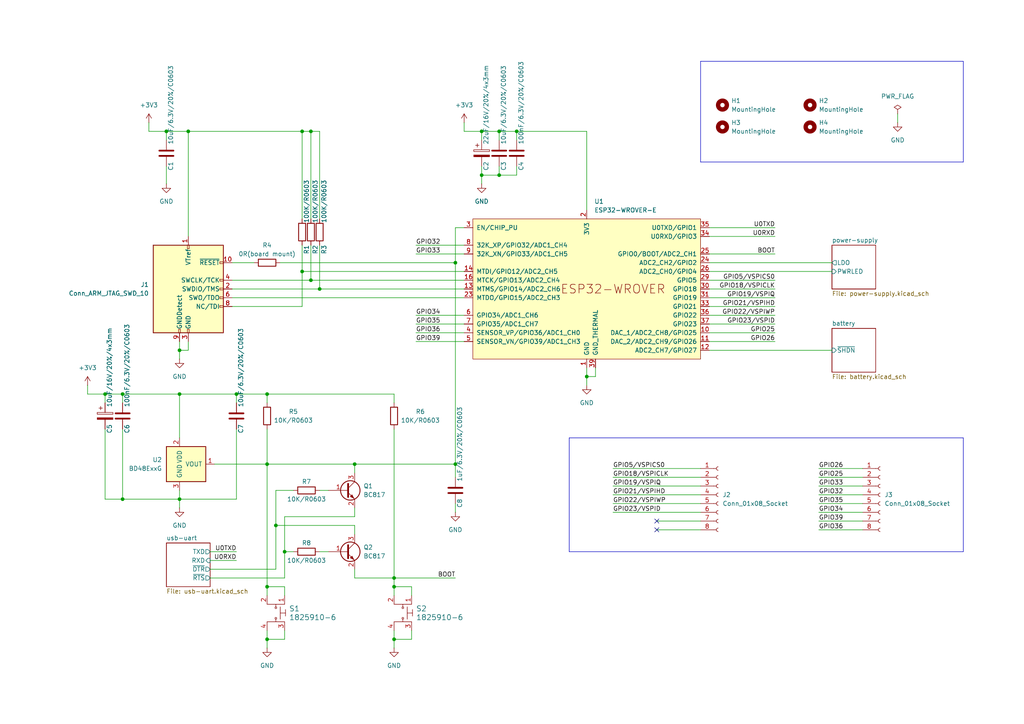
<source format=kicad_sch>
(kicad_sch (version 20231120) (generator "eeschema") (generator_version "8.0")
  (paper "A4")
  (title_block (title "ESP32 embedded application") (date "2024-10-04") (rev "A") (comment 1 "Author: Nicolae-Andrei Vasile") (comment 2 "ESP32 embedded hardware application."))
  (lib_symbols
    (symbol "Connector:Conn_01x08_Socket" (pin_names (offset 1.016) hide)
      (property "Reference" "J" (at 0 10.16 0))
      (property "Value" "Conn_01x08_Socket" (at 0 -12.7 0))
      (symbol "Conn_01x08_Socket_1_1"
        (arc (start 0 -9.652) (mid -0.5058 -10.16) (end 0 -10.668) (stroke (width 0.1524)))
        (arc (start 0 -7.112) (mid -0.5058 -7.62) (end 0 -8.128) (stroke (width 0.1524)))
        (arc (start 0 -4.572) (mid -0.5058 -5.08) (end 0 -5.588) (stroke (width 0.1524)))
        (arc (start 0 -2.032) (mid -0.5058 -2.54) (end 0 -3.048) (stroke (width 0.1524)))
        (polyline (pts (xy -1.27 -10.16) (xy -0.508 -10.16)) (stroke (width 0.1524)))
        (polyline (pts (xy -1.27 -7.62) (xy -0.508 -7.62)) (stroke (width 0.1524)))
        (polyline (pts (xy -1.27 -5.08) (xy -0.508 -5.08)) (stroke (width 0.1524)))
        (polyline (pts (xy -1.27 -2.54) (xy -0.508 -2.54)) (stroke (width 0.1524)))
        (polyline (pts (xy -1.27 0) (xy -0.508 0)) (stroke (width 0.1524)))
        (polyline (pts (xy -1.27 2.54) (xy -0.508 2.54)) (stroke (width 0.1524)))
        (polyline (pts (xy -1.27 5.08) (xy -0.508 5.08)) (stroke (width 0.1524)))
        (polyline (pts (xy -1.27 7.62) (xy -0.508 7.62)) (stroke (width 0.1524)))
        (arc (start 0 0.508) (mid -0.5058 0) (end 0 -0.508) (stroke (width 0.1524)))
        (arc (start 0 3.048) (mid -0.5058 2.54) (end 0 2.032) (stroke (width 0.1524)))
        (arc (start 0 5.588) (mid -0.5058 5.08) (end 0 4.572) (stroke (width 0.1524)))
        (arc (start 0 8.128) (mid -0.5058 7.62) (end 0 7.112) (stroke (width 0.1524)))
        (pin passive line (at -5.08 7.62 0) (length 3.81) (name "Pin_1") (number "1"))
        (pin passive line (at -5.08 5.08 0) (length 3.81) (name "Pin_2") (number "2"))
        (pin passive line (at -5.08 2.54 0) (length 3.81) (name "Pin_3") (number "3"))
        (pin passive line (at -5.08 0 0) (length 3.81) (name "Pin_4") (number "4"))
        (pin passive line (at -5.08 -2.54 0) (length 3.81) (name "Pin_5") (number "5"))
        (pin passive line (at -5.08 -5.08 0) (length 3.81) (name "Pin_6") (number "6"))
        (pin passive line (at -5.08 -7.62 0) (length 3.81) (name "Pin_7") (number "7"))
        (pin passive line (at -5.08 -10.16 0) (length 3.81) (name "Pin_8") (number "8"))
      )
    )
    (symbol "Connector:Conn_ARM_JTAG_SWD_10" (pin_names (offset 1.016))
      (property "Reference" "J" (at -2.54 16.51 0))
      (property "Value" "Conn_ARM_JTAG_SWD_10" (at -2.54 13.97 0))
      (symbol "Conn_ARM_JTAG_SWD_10_0_1"
        (rectangle (start -10.16 12.7) (end 10.16 -12.7) (stroke (width 0.254)) (fill (type background)))
        (rectangle (start -2.794 -12.7) (end -2.286 -11.684))
        (rectangle (start -0.254 -12.7) (end 0.254 -11.684))
        (rectangle (start -0.254 12.7) (end 0.254 11.684))
        (rectangle (start 9.144 2.286) (end 10.16 2.794))
        (rectangle (start 10.16 -2.794) (end 9.144 -2.286))
        (rectangle (start 10.16 -0.254) (end 9.144 0.254))
        (rectangle (start 10.16 7.874) (end 9.144 7.366))
      )
      (symbol "Conn_ARM_JTAG_SWD_10_1_1"
        (rectangle (start 9.144 -5.334) (end 10.16 -4.826))
        (pin power_in line (at 0 15.24 270) (length 2.54) (name "VTref") (number "1"))
        (pin open_collector line (at 12.7 7.62 180) (length 2.54) (name "~{RESET}") (number "10"))
        (pin bidirectional line (at 12.7 0 180) (length 2.54) (name "SWDIO/TMS") (number "2"))
        (pin power_in line (at 0 -15.24 90) (length 2.54) (name "GND") (number "3"))
        (pin output line (at 12.7 2.54 180) (length 2.54) (name "SWCLK/TCK") (number "4"))
        (pin passive line (at 0 -15.24 90) (length 2.54) hide (name "GND") (number "5"))
        (pin input line (at 12.7 -2.54 180) (length 2.54) (name "SWO/TDO") (number "6"))
        (pin no_connect line (at -10.16 0 0) (length 2.54) hide (name "KEY") (number "7"))
        (pin output line (at 12.7 -5.08 180) (length 2.54) (name "NC/TDI") (number "8"))
        (pin passive line (at -2.54 -15.24 90) (length 2.54) (name "GNDDetect") (number "9"))
      )
    )
    (symbol "Device:C" (pin_numbers hide) (pin_names (offset 0.254))
      (property "Reference" "C" (at 0.635 2.54 0))
      (property "Value" "C" (at 0.635 -2.54 0))
      (symbol "C_0_1"
        (polyline (pts (xy -2.032 -0.762) (xy 2.032 -0.762)) (stroke (width 0.508)))
        (polyline (pts (xy -2.032 0.762) (xy 2.032 0.762)) (stroke (width 0.508)))
      )
      (symbol "C_1_1"
        (pin passive line (at 0 3.81 270) (length 2.794) (name "~") (number "1"))
        (pin passive line (at 0 -3.81 90) (length 2.794) (name "~") (number "2"))
      )
    )
    (symbol "Device:C_Polarized" (pin_numbers hide) (pin_names (offset 0.254))
      (property "Reference" "C" (at 0.635 2.54 0))
      (property "Value" "C_Polarized" (at 0.635 -2.54 0))
      (symbol "C_Polarized_0_1"
        (rectangle (start -2.286 0.508) (end 2.286 1.016))
        (polyline (pts (xy -1.778 2.286) (xy -0.762 2.286)))
        (polyline (pts (xy -1.27 2.794) (xy -1.27 1.778)))
        (rectangle (start 2.286 -0.508) (end -2.286 -1.016) (fill (type outline)))
      )
      (symbol "C_Polarized_1_1"
        (pin passive line (at 0 3.81 270) (length 2.794) (name "~") (number "1"))
        (pin passive line (at 0 -3.81 90) (length 2.794) (name "~") (number "2"))
      )
    )
    (symbol "Device:R" (pin_numbers hide) (pin_names (offset 0))
      (property "Reference" "R" (at 2.032 0 90))
      (property "Value" "R" (at 0 0 90))
      (symbol "R_0_1"
        (rectangle (start -1.016 -2.54) (end 1.016 2.54) (stroke (width 0.254)))
      )
      (symbol "R_1_1"
        (pin passive line (at 0 3.81 270) (length 1.27) (name "~") (number "1"))
        (pin passive line (at 0 -3.81 90) (length 1.27) (name "~") (number "2"))
      )
    )
    (symbol "Espressif:ESP32-WROVER-E" (pin_names (offset 1.016))
      (property "Reference" "U" (at -30.48 25.4 0))
      (property "Value" "ESP32-WROVER-E" (at -30.48 22.86 0))
      (symbol "ESP32-WROVER-E_0_1"
        (rectangle (start -33.02 20.32) (end 33.02 -20.32) (fill (type background)))
      )
      (symbol "ESP32-WROVER-E_1_1"
        (text "ESP32-­WROVER" (at 7.62 0 0) (effects (font (size 2.54 2.54))))
        (pin power_in line (at 0 -22.86 90) (length 2.54) (name "GND") (number "1"))
        (pin bidirectional line (at 35.56 -12.7 180) (length 2.54) (name "DAC_1/ADC2_CH8/GPIO25") (number "10"))
        (pin bidirectional line (at 35.56 -15.24 180) (length 2.54) (name "DAC_2/ADC2_CH9/GPIO26") (number "11"))
        (pin bidirectional line (at 35.56 -17.78 180) (length 2.54) (name "ADC2_CH7/GPIO27") (number "12"))
        (pin bidirectional line (at -35.56 0 0) (length 2.54) (name "MTMS/GPIO14/ADC2_CH6") (number "13"))
        (pin bidirectional line (at -35.56 5.08 0) (length 2.54) (name "MTDI/GPIO12/ADC2_CH5") (number "14"))
        (pin passive line (at 0 -22.86 90) (length 2.54) hide (name "GND") (number "15"))
        (pin bidirectional line (at -35.56 2.54 0) (length 2.54) (name "MTCK/GPIO13/ADC2_CH4") (number "16"))
        (pin power_in line (at 0 22.86 270) (length 2.54) (name "3V3") (number "2"))
        (pin bidirectional line (at -35.56 -2.54 0) (length 2.54) (name "MTDO/GPIO15/ADC2_CH3") (number "23"))
        (pin bidirectional line (at 35.56 7.62 180) (length 2.54) (name "ADC2_CH2/GPIO2") (number "24"))
        (pin bidirectional line (at 35.56 10.16 180) (length 2.54) (name "GPIO0/BOOT/ADC2_CH1") (number "25"))
        (pin bidirectional line (at 35.56 5.08 180) (length 2.54) (name "ADC2_CH0/GPIO4") (number "26"))
        (pin bidirectional line (at 35.56 2.54 180) (length 2.54) (name "GPIO5") (number "29"))
        (pin input line (at -35.56 17.78 0) (length 2.54) (name "EN/CHIP_PU") (number "3"))
        (pin bidirectional line (at 35.56 0 180) (length 2.54) (name "GPIO18") (number "30"))
        (pin bidirectional line (at 35.56 -2.54 180) (length 2.54) (name "GPIO19") (number "31"))
        (pin bidirectional line (at 35.56 -5.08 180) (length 2.54) (name "GPIO21") (number "33"))
        (pin bidirectional line (at 35.56 15.24 180) (length 2.54) (name "U0RXD/GPIO3") (number "34"))
        (pin bidirectional line (at 35.56 17.78 180) (length 2.54) (name "U0TXD/GPIO1") (number "35"))
        (pin bidirectional line (at 35.56 -7.62 180) (length 2.54) (name "GPIO22") (number "36"))
        (pin bidirectional line (at 35.56 -10.16 180) (length 2.54) (name "GPIO23") (number "37"))
        (pin passive line (at 0 -22.86 90) (length 2.54) hide (name "GND") (number "38"))
        (pin power_in line (at 2.54 -22.86 90) (length 2.54) (name "GND_THERMAL") (number "39"))
        (pin input line (at -35.56 -12.7 0) (length 2.54) (name "SENSOR_VP/GPIO36/ADC1_CH0") (number "4"))
        (pin input line (at -35.56 -15.24 0) (length 2.54) (name "SENSOR_VN/GPIO39/ADC1_CH3") (number "5"))
        (pin input line (at -35.56 -7.62 0) (length 2.54) (name "GPIO34/ADC1_CH6") (number "6"))
        (pin input line (at -35.56 -10.16 0) (length 2.54) (name "GPIO35/ADC1_CH7") (number "7"))
        (pin bidirectional line (at -35.56 12.7 0) (length 2.54) (name "32K_XP/GPIO32/ADC1_CH4") (number "8"))
        (pin bidirectional line (at -35.56 10.16 0) (length 2.54) (name "32K_XN/GPIO33/ADC1_CH5") (number "9"))
      )
    )
    (symbol "Mechanical:MountingHole" (pin_names (offset 1.016)) (exclude_from_sim yes) (in_bom no)
      (property "Reference" "H" (at 0 5.08 0))
      (property "Value" "MountingHole" (at 0 3.175 0))
      (symbol "MountingHole_0_1"
        (circle (center 0 0) (radius 1.27) (stroke (width 1.27)))
      )
    )
    (symbol "Power_Management:BD48ExxG" (pin_names (offset 1.016))
      (property "Reference" "U" (at -3.81 6.35 0))
      (property "Value" "BD48ExxG" (at -5.08 0 90))
      (symbol "BD48ExxG_1_1"
        (rectangle (start -3.81 5.08) (end 7.62 -5.08) (stroke (width 0.254)) (fill (type background)))
        (pin output line (at 10.16 0 180) (length 2.54) (name "VOUT") (number "1"))
        (pin power_in line (at 0 7.62 270) (length 2.54) (name "VDD") (number "2"))
        (pin power_in line (at 0 -7.62 90) (length 2.54) (name "GND") (number "3"))
      )
    )
    (symbol "Transistor_BJT:BC817" (pin_names (offset 0) hide)
      (property "Reference" "Q" (at 5.08 1.905 0))
      (property "Value" "BC817" (at 5.08 0 0))
      (symbol "BC817_0_1"
        (polyline (pts (xy 0.635 0.635) (xy 2.54 2.54)))
        (polyline (pts (xy 0.635 -0.635) (xy 2.54 -2.54) (xy 2.54 -2.54)))
        (polyline (pts (xy 0.635 1.905) (xy 0.635 -1.905) (xy 0.635 -1.905)) (stroke (width 0.508)))
        (polyline (pts (xy 1.27 -1.778) (xy 1.778 -1.27) (xy 2.286 -2.286) (xy 1.27 -1.778) (xy 1.27 -1.778)) (fill (type outline)))
        (circle (center 1.27 0) (radius 2.8194) (stroke (width 0.254)))
      )
      (symbol "BC817_1_1"
        (pin input line (at -5.08 0 0) (length 5.715) (name "B") (number "1"))
        (pin passive line (at 2.54 -5.08 90) (length 2.54) (name "E") (number "2"))
        (pin passive line (at 2.54 5.08 270) (length 2.54) (name "C") (number "3"))
      )
    )
    (symbol "dk_Tactile-Switches:1825910-6" (pin_names (offset 1.016))
      (property "Reference" "S" (at 0 4.572 0))
      (property "Value" "1825910-6" (at 0.127 -5.08 0))
      (symbol "1825910-6_0_1"
        (circle (center -1.524 0) (radius 0.254))
        (polyline (pts (xy -2.54 2.54) (xy -2.54 -2.54)))
        (polyline (pts (xy -1.778 0) (xy -2.54 0)))
        (polyline (pts (xy -1.778 1.27) (xy 1.778 1.27)))
        (polyline (pts (xy 2.54 -2.54) (xy 2.54 2.54)))
        (polyline (pts (xy 2.54 0) (xy 1.778 0)))
        (circle (center 1.524 0) (radius 0.254))
      )
      (symbol "1825910-6_1_1"
        (polyline (pts (xy -1.016 2.794) (xy 0.889 2.794)))
        (polyline (pts (xy 0 2.794) (xy 0 1.27)))
        (pin passive line (at -5.08 2.54 0) (length 2.54) (name "~") (number "1"))
        (pin passive line (at -5.08 -2.54 0) (length 2.54) (name "~") (number "2"))
        (pin passive line (at 5.08 2.54 180) (length 2.54) (name "~") (number "3"))
        (pin passive line (at 5.08 -2.54 180) (length 2.54) (name "~") (number "4"))
      )
    )
    (symbol "power:+3V3" (power) (pin_numbers hide) (pin_names (offset 0) hide)
      (property "Value" "+3V3" (at 0 3.556 0))
      (symbol "+3V3_0_1"
        (polyline (pts (xy -0.762 1.27) (xy 0 2.54)))
        (polyline (pts (xy 0 0) (xy 0 2.54)))
        (polyline (pts (xy 0 2.54) (xy 0.762 1.27)))
      )
      (symbol "+3V3_1_1"
        (pin power_in line (at 0 0 90) (length 0) (name "~") (number "1"))
      )
    )
    (symbol "power:GND" (power) (pin_numbers hide) (pin_names (offset 0) hide)
      (property "Value" "GND" (at 0 -3.81 0))
      (symbol "GND_0_1"
        (polyline (pts (xy 0 0) (xy 0 -1.27) (xy 1.27 -1.27) (xy 0 -2.54) (xy -1.27 -1.27) (xy 0 -1.27)))
      )
      (symbol "GND_1_1"
        (pin power_in line (at 0 0 270) (length 0) (name "~") (number "1"))
      )
    )
    (symbol "power:PWR_FLAG" (power) (pin_numbers hide) (pin_names (offset 0) hide)
      (property "Value" "PWR_FLAG" (at 0 3.81 0))
      (symbol "PWR_FLAG_0_0"
        (pin power_out line (at 0 0 90) (length 0) (name "~") (number "1"))
      )
      (symbol "PWR_FLAG_0_1"
        (polyline (pts (xy 0 0) (xy 0 1.27) (xy -1.016 1.905) (xy 0 2.54) (xy 1.016 1.905) (xy 0 1.27)))
      )
    )
  )
  (junction (at 82.55 160.02))
  (junction (at 144.78 38.1))
  (junction (at 114.3 167.64))
  (junction (at 102.87 134.62))
  (junction (at 77.47 170.18))
  (junction (at 92.71 83.82))
  (junction (at 30.48 114.3))
  (junction (at 54.61 38.1))
  (junction (at 77.47 114.3))
  (junction (at 52.07 114.3))
  (junction (at 35.56 144.78))
  (junction (at 144.78 50.8))
  (junction (at 77.47 185.42))
  (junction (at 52.07 144.78))
  (junction (at 87.63 78.74))
  (junction (at 139.7 50.8))
  (junction (at 80.01 152.4))
  (junction (at 114.3 185.42))
  (junction (at 114.3 170.18))
  (junction (at 90.17 81.28))
  (junction (at 139.7 38.1))
  (junction (at 90.17 38.1))
  (junction (at 77.47 134.62))
  (junction (at 132.08 76.2))
  (junction (at 52.07 101.6))
  (junction (at 149.86 38.1))
  (junction (at 35.56 114.3))
  (junction (at 87.63 38.1))
  (junction (at 48.26 38.1))
  (junction (at 68.58 114.3))
  (junction (at 170.18 109.22))
  (junction (at 132.08 134.62))
  (no_connect (at 190.5 151.13))
  (no_connect (at 190.5 153.67))
  (polyline (pts (xy 165.1 127) (xy 165.1 160.02)))
  (wire (pts (xy 205.74 73.66) (xy 224.79 73.66)))
  (wire (pts (xy 80.01 152.4) (xy 80.01 165.1)))
  (wire (pts (xy 114.3 114.3) (xy 114.3 116.84)))
  (wire (pts (xy 132.08 66.04) (xy 132.08 76.2)))
  (wire (pts (xy 205.74 101.6) (xy 241.3 101.6)))
  (wire (pts (xy 170.18 38.1) (xy 170.18 60.96)))
  (wire (pts (xy 54.61 38.1) (xy 54.61 68.58)))
  (wire (pts (xy 77.47 134.62) (xy 77.47 170.18)))
  (wire (pts (xy 120.65 71.12) (xy 134.62 71.12)))
  (wire (pts (xy 81.28 76.2) (xy 132.08 76.2)))
  (wire (pts (xy 170.18 109.22) (xy 172.72 109.22)))
  (wire (pts (xy 82.55 149.86) (xy 102.87 149.86)))
  (wire (pts (xy 87.63 78.74) (xy 87.63 88.9)))
  (wire (pts (xy 35.56 114.3) (xy 52.07 114.3)))
  (wire (pts (xy 67.31 76.2) (xy 73.66 76.2)))
  (wire (pts (xy 102.87 149.86) (xy 102.87 147.32)))
  (wire (pts (xy 52.07 101.6) (xy 54.61 101.6)))
  (wire (pts (xy 132.08 134.62) (xy 132.08 138.43)))
  (wire (pts (xy 205.74 93.98) (xy 224.79 93.98)))
  (wire (pts (xy 52.07 99.06) (xy 52.07 101.6)))
  (wire (pts (xy 149.86 48.26) (xy 149.86 50.8)))
  (wire (pts (xy 114.3 182.88) (xy 114.3 185.42)))
  (wire (pts (xy 177.8 140.97) (xy 203.2 140.97)))
  (wire (pts (xy 205.74 86.36) (xy 224.79 86.36)))
  (wire (pts (xy 205.74 88.9) (xy 224.79 88.9)))
  (wire (pts (xy 92.71 83.82) (xy 134.62 83.82)))
  (wire (pts (xy 132.08 146.05) (xy 132.08 148.59)))
  (wire (pts (xy 87.63 88.9) (xy 67.31 88.9)))
  (wire (pts (xy 35.56 124.46) (xy 35.56 144.78)))
  (wire (pts (xy 77.47 134.62) (xy 102.87 134.62)))
  (wire (pts (xy 120.65 91.44) (xy 134.62 91.44)))
  (wire (pts (xy 52.07 101.6) (xy 52.07 104.14)))
  (wire (pts (xy 77.47 114.3) (xy 114.3 114.3)))
  (wire (pts (xy 35.56 144.78) (xy 52.07 144.78)))
  (wire (pts (xy 85.09 160.02) (xy 82.55 160.02)))
  (wire (pts (xy 237.49 148.59) (xy 250.19 148.59)))
  (wire (pts (xy 120.65 93.98) (xy 134.62 93.98)))
  (wire (pts (xy 205.74 68.58) (xy 224.79 68.58)))
  (wire (pts (xy 68.58 114.3) (xy 77.47 114.3)))
  (wire (pts (xy 205.74 91.44) (xy 224.79 91.44)))
  (wire (pts (xy 52.07 114.3) (xy 68.58 114.3)))
  (wire (pts (xy 237.49 151.13) (xy 250.19 151.13)))
  (wire (pts (xy 237.49 153.67) (xy 250.19 153.67)))
  (wire (pts (xy 170.18 109.22) (xy 170.18 111.76)))
  (wire (pts (xy 114.3 185.42) (xy 119.38 185.42)))
  (wire (pts (xy 102.87 167.64) (xy 114.3 167.64)))
  (wire (pts (xy 190.5 153.67) (xy 203.2 153.67)))
  (wire (pts (xy 67.31 83.82) (xy 92.71 83.82)))
  (wire (pts (xy 177.8 146.05) (xy 203.2 146.05)))
  (wire (pts (xy 60.96 167.64) (xy 82.55 167.64)))
  (wire (pts (xy 30.48 116.84) (xy 30.48 114.3)))
  (wire (pts (xy 114.3 167.64) (xy 132.08 167.64)))
  (wire (pts (xy 67.31 81.28) (xy 90.17 81.28)))
  (wire (pts (xy 102.87 134.62) (xy 102.87 137.16)))
  (wire (pts (xy 82.55 182.88) (xy 82.55 185.42)))
  (wire (pts (xy 120.65 99.06) (xy 134.62 99.06)))
  (polyline (pts (xy 279.4 46.99) (xy 279.4 17.78)))
  (polyline (pts (xy 203.2 17.78) (xy 203.2 46.99)))
  (wire (pts (xy 134.62 38.1) (xy 139.7 38.1)))
  (wire (pts (xy 68.58 114.3) (xy 68.58 116.84)))
  (wire (pts (xy 134.62 35.56) (xy 134.62 38.1)))
  (wire (pts (xy 52.07 144.78) (xy 52.07 147.32)))
  (wire (pts (xy 205.74 76.2) (xy 241.3 76.2)))
  (wire (pts (xy 177.8 148.59) (xy 203.2 148.59)))
  (wire (pts (xy 77.47 185.42) (xy 77.47 187.96)))
  (wire (pts (xy 119.38 170.18) (xy 114.3 170.18)))
  (polyline (pts (xy 203.2 46.99) (xy 279.4 46.99)))
  (wire (pts (xy 205.74 83.82) (xy 224.79 83.82)))
  (wire (pts (xy 237.49 146.05) (xy 250.19 146.05)))
  (wire (pts (xy 144.78 48.26) (xy 144.78 50.8)))
  (wire (pts (xy 48.26 38.1) (xy 43.18 38.1)))
  (wire (pts (xy 87.63 78.74) (xy 134.62 78.74)))
  (wire (pts (xy 190.5 151.13) (xy 203.2 151.13)))
  (wire (pts (xy 114.3 170.18) (xy 114.3 172.72)))
  (wire (pts (xy 90.17 38.1) (xy 92.71 38.1)))
  (wire (pts (xy 87.63 38.1) (xy 90.17 38.1)))
  (wire (pts (xy 149.86 38.1) (xy 149.86 40.64)))
  (wire (pts (xy 54.61 38.1) (xy 87.63 38.1)))
  (wire (pts (xy 82.55 172.72) (xy 82.55 170.18)))
  (wire (pts (xy 67.31 86.36) (xy 134.62 86.36)))
  (wire (pts (xy 87.63 78.74) (xy 87.63 71.12)))
  (polyline (pts (xy 203.2 17.78) (xy 279.4 17.78)))
  (wire (pts (xy 139.7 50.8) (xy 139.7 53.34)))
  (wire (pts (xy 54.61 99.06) (xy 54.61 101.6)))
  (wire (pts (xy 102.87 154.94) (xy 102.87 152.4)))
  (wire (pts (xy 52.07 144.78) (xy 52.07 142.24)))
  (wire (pts (xy 25.4 114.3) (xy 30.48 114.3)))
  (wire (pts (xy 30.48 124.46) (xy 30.48 144.78)))
  (wire (pts (xy 60.96 162.56) (xy 68.58 162.56)))
  (wire (pts (xy 52.07 114.3) (xy 52.07 127)))
  (wire (pts (xy 30.48 144.78) (xy 35.56 144.78)))
  (wire (pts (xy 114.3 124.46) (xy 114.3 167.64)))
  (wire (pts (xy 205.74 66.04) (xy 224.79 66.04)))
  (wire (pts (xy 120.65 73.66) (xy 134.62 73.66)))
  (wire (pts (xy 54.61 38.1) (xy 48.26 38.1)))
  (wire (pts (xy 114.3 167.64) (xy 114.3 170.18)))
  (wire (pts (xy 80.01 142.24) (xy 85.09 142.24)))
  (wire (pts (xy 77.47 170.18) (xy 77.47 172.72)))
  (wire (pts (xy 260.35 33.02) (xy 260.35 35.56)))
  (wire (pts (xy 60.96 165.1) (xy 80.01 165.1)))
  (wire (pts (xy 43.18 35.56) (xy 43.18 38.1)))
  (wire (pts (xy 119.38 172.72) (xy 119.38 170.18)))
  (wire (pts (xy 90.17 81.28) (xy 134.62 81.28)))
  (wire (pts (xy 77.47 114.3) (xy 77.47 116.84)))
  (wire (pts (xy 82.55 160.02) (xy 82.55 167.64)))
  (wire (pts (xy 177.8 135.89) (xy 203.2 135.89)))
  (wire (pts (xy 177.8 138.43) (xy 203.2 138.43)))
  (wire (pts (xy 80.01 142.24) (xy 80.01 152.4)))
  (wire (pts (xy 62.23 134.62) (xy 77.47 134.62)))
  (wire (pts (xy 205.74 99.06) (xy 224.79 99.06)))
  (wire (pts (xy 132.08 76.2) (xy 132.08 134.62)))
  (wire (pts (xy 102.87 152.4) (xy 80.01 152.4)))
  (wire (pts (xy 205.74 96.52) (xy 224.79 96.52)))
  (wire (pts (xy 77.47 182.88) (xy 77.47 185.42)))
  (wire (pts (xy 139.7 48.26) (xy 139.7 50.8)))
  (wire (pts (xy 237.49 143.51) (xy 250.19 143.51)))
  (wire (pts (xy 237.49 138.43) (xy 250.19 138.43)))
  (wire (pts (xy 25.4 111.76) (xy 25.4 114.3)))
  (wire (pts (xy 149.86 38.1) (xy 170.18 38.1)))
  (wire (pts (xy 139.7 38.1) (xy 144.78 38.1)))
  (wire (pts (xy 177.8 143.51) (xy 203.2 143.51)))
  (polyline (pts (xy 279.4 127) (xy 279.4 160.02)))
  (wire (pts (xy 237.49 140.97) (xy 250.19 140.97)))
  (wire (pts (xy 60.96 160.02) (xy 68.58 160.02)))
  (wire (pts (xy 102.87 165.1) (xy 102.87 167.64)))
  (wire (pts (xy 92.71 142.24) (xy 95.25 142.24)))
  (wire (pts (xy 48.26 38.1) (xy 48.26 40.64)))
  (wire (pts (xy 92.71 71.12) (xy 92.71 83.82)))
  (polyline (pts (xy 165.1 127) (xy 279.4 127)))
  (wire (pts (xy 119.38 182.88) (xy 119.38 185.42)))
  (wire (pts (xy 205.74 81.28) (xy 224.79 81.28)))
  (wire (pts (xy 139.7 38.1) (xy 139.7 40.64)))
  (wire (pts (xy 172.72 106.68) (xy 172.72 109.22)))
  (wire (pts (xy 30.48 114.3) (xy 35.56 114.3)))
  (wire (pts (xy 77.47 170.18) (xy 82.55 170.18)))
  (wire (pts (xy 48.26 53.34) (xy 48.26 48.26)))
  (wire (pts (xy 92.71 38.1) (xy 92.71 63.5)))
  (wire (pts (xy 114.3 185.42) (xy 114.3 187.96)))
  (wire (pts (xy 68.58 144.78) (xy 52.07 144.78)))
  (wire (pts (xy 120.65 96.52) (xy 134.62 96.52)))
  (wire (pts (xy 77.47 185.42) (xy 82.55 185.42)))
  (wire (pts (xy 68.58 124.46) (xy 68.58 144.78)))
  (wire (pts (xy 90.17 71.12) (xy 90.17 81.28)))
  (wire (pts (xy 35.56 116.84) (xy 35.56 114.3)))
  (wire (pts (xy 102.87 134.62) (xy 132.08 134.62)))
  (wire (pts (xy 149.86 50.8) (xy 144.78 50.8)))
  (wire (pts (xy 82.55 149.86) (xy 82.55 160.02)))
  (wire (pts (xy 90.17 38.1) (xy 90.17 63.5)))
  (wire (pts (xy 205.74 78.74) (xy 241.3 78.74)))
  (wire (pts (xy 77.47 124.46) (xy 77.47 134.62)))
  (wire (pts (xy 144.78 38.1) (xy 149.86 38.1)))
  (wire (pts (xy 132.08 66.04) (xy 134.62 66.04)))
  (polyline (pts (xy 279.4 160.02) (xy 165.1 160.02)))
  (wire (pts (xy 144.78 38.1) (xy 144.78 40.64)))
  (wire (pts (xy 92.71 160.02) (xy 95.25 160.02)))
  (wire (pts (xy 170.18 106.68) (xy 170.18 109.22)))
  (wire (pts (xy 87.63 38.1) (xy 87.63 63.5)))
  (wire (pts (xy 144.78 50.8) (xy 139.7 50.8)))
  (wire (pts (xy 237.49 135.89) (xy 250.19 135.89)))
  (label "GPIO32" (at 120.65 71.12 0))
  (label "GPIO39" (at 120.65 99.06 0))
  (label "GPIO26" (at 237.49 135.89 0))
  (label "GPIO35" (at 237.49 146.05 0))
  (label "U0TXD" (at 224.79 66.04 180))
  (label "BOOT" (at 132.08 167.64 180))
  (label "GPIO5{slash}VSPICS0" (at 177.8 135.89 0))
  (label "GPIO25" (at 224.79 96.52 180))
  (label "GPIO18{slash}VSPICLK" (at 224.79 83.82 180))
  (label "GPIO25" (at 237.49 138.43 0))
  (label "GPIO23{slash}VSPID" (at 177.8 148.59 0))
  (label "GPIO34" (at 237.49 148.59 0))
  (label "GPIO19{slash}VSPIQ" (at 224.79 86.36 180))
  (label "GPIO18{slash}VSPICLK" (at 177.8 138.43 0))
  (label "GPIO36" (at 237.49 153.67 0))
  (label "GPIO34" (at 120.65 91.44 0))
  (label "GPIO39" (at 237.49 151.13 0))
  (label "GPIO23{slash}VSPID" (at 224.79 93.98 180))
  (label "GPIO36" (at 120.65 96.52 0))
  (label "GPIO35" (at 120.65 93.98 0))
  (label "GPIO21{slash}VSPIHD" (at 224.79 88.9 180))
  (label "GPIO19{slash}VSPIQ" (at 177.8 140.97 0))
  (label "GPIO21{slash}VSPIHD" (at 177.8 143.51 0))
  (label "BOOT" (at 224.79 73.66 180))
  (label "GPIO26" (at 224.79 99.06 180))
  (label "GPIO32" (at 237.49 143.51 0))
  (label "U0RXD" (at 68.58 162.56 180))
  (label "GPIO33" (at 237.49 140.97 0))
  (label "GPIO22{slash}VSPIWP" (at 224.79 91.44 180))
  (label "U0RXD" (at 224.79 68.58 180))
  (label "GPIO22{slash}VSPIWP" (at 177.8 146.05 0))
  (label "GPIO5{slash}VSPICS0" (at 224.79 81.28 180))
  (label "U0TXD" (at 68.58 160.02 180))
  (label "GPIO33" (at 120.65 73.66 0))
  (symbol (lib_id "power:GND") (at 114.3 187.96 0) (unit 1)
    (property "Reference" "#PWR012" (effects (hide yes)))
    (property "Value" "GND" (at 114.3 193.04 0))
    (property "Description" "Power symbol creates a global label with name \"GND\" , ground" (effects (hide yes)))
  )
  (symbol (lib_id "Device:C_Polarized") (at 139.7 44.45 0) (unit 1)
    (property "Reference" "C2" (at 140.97 49.53 90) (effects (justify left)))
    (property "Value" "22uF/16V/20%/4x3mm" (at 140.97 41.91 90) (effects (justify left)))
    (property "Footprint" "Capacitor_SMD:CP_Elec_4x3" (effects (hide yes)))
    (property "Description" "Polarized capacitor" (effects (hide yes)))
  )
  (symbol (lib_id "Transistor_BJT:BC817") (at 100.33 160.02 0) (unit 1)
    (property "Reference" "Q2" (at 105.41 158.7499 0) (effects (justify left)))
    (property "Value" "BC817" (at 105.41 161.2899 0) (effects (justify left)))
    (property "Footprint" "Package_TO_SOT_SMD:SOT-23" (effects (hide yes)))
    (property "Datasheet" "https://www.onsemi.com/pub/Collateral/BC818-D.pdf" (effects (hide yes)))
    (property "Description" "0.8A Ic, 45V Vce, NPN Transistor, SOT-23" (effects (hide yes)))
  )
  (symbol (lib_id "power:GND") (at 48.26 53.34 0) (unit 1)
    (property "Reference" "#PWR04" (effects (hide yes)))
    (property "Value" "GND" (at 48.26 58.42 0))
    (property "Description" "Power symbol creates a global label with name \"GND\" , ground" (effects (hide yes)))
  )
  (symbol (lib_id "power:+3V3") (at 134.62 35.56 0) (unit 1)
    (property "Reference" "#PWR02" (effects (hide yes)))
    (property "Value" "+3V3" (at 134.62 30.48 0))
    (property "Description" "Power symbol creates a global label with name \"+3V3\"" (effects (hide yes)))
  )
  (symbol (lib_id "Device:R") (at 90.17 67.31 180) (unit 1)
    (property "Reference" "R2" (at 91.44 72.39 90))
    (property "Value" "100K/R0603" (at 91.44 58.42 90))
    (property "Footprint" "Resistor_SMD:R_0603_1608Metric_Pad0.98x0.95mm_HandSolder" (effects (hide yes)))
    (property "Description" "Resistor" (effects (hide yes)))
  )
  (symbol (lib_id "Power_Management:BD48ExxG") (at 52.07 134.62 0) (unit 1)
    (property "Reference" "U2" (at 46.99 133.3499 0) (effects (justify right)))
    (property "Value" "BD48ExxG" (at 46.99 135.8899 0) (effects (justify right)))
    (property "Footprint" "Package_TO_SOT_SMD:SOT-23-5" (effects (hide yes)))
    (property "Datasheet" "https://www.rohm.de/datasheet/BD4830FVE/bd48xxg-e" (effects (hide yes)))
    (property "Description" "Standard CMOS Voltage Detector IC, Open Drain Output, SSOP5" (effects (hide yes)))
  )
  (symbol (lib_id "power:GND") (at 260.35 35.56 0) (unit 1)
    (property "Reference" "#PWR03" (effects (hide yes)))
    (property "Value" "GND" (at 260.35 40.64 0))
    (property "Description" "Power symbol creates a global label with name \"GND\" , ground" (effects (hide yes)))
  )
  (symbol (lib_id "Device:R") (at 114.3 120.65 0) (unit 1)
    (property "Reference" "R6" (at 121.92 119.38 0))
    (property "Value" "10K/R0603" (at 121.92 121.92 0))
    (property "Footprint" "Resistor_SMD:R_0603_1608Metric_Pad0.98x0.95mm_HandSolder" (effects (hide yes)))
    (property "Description" "Resistor" (effects (hide yes)))
  )
  (symbol (lib_id "Mechanical:MountingHole") (at 209.55 36.83 0) (unit 1) (exclude_from_sim yes) (in_bom no)
    (property "Reference" "H3" (at 212.09 35.5599 0) (effects (justify left)))
    (property "Value" "MountingHole" (at 212.09 38.0999 0) (effects (justify left)))
    (property "Footprint" "MountingHole:MountingHole_2.2mm_M2" (effects (hide yes)))
    (property "Description" "Mounting Hole without connection" (effects (hide yes)))
  )
  (symbol (lib_id "Mechanical:MountingHole") (at 209.55 30.48 0) (unit 1) (exclude_from_sim yes) (in_bom no)
    (property "Reference" "H1" (at 212.09 29.2099 0) (effects (justify left)))
    (property "Value" "MountingHole" (at 212.09 31.7499 0) (effects (justify left)))
    (property "Footprint" "MountingHole:MountingHole_2.2mm_M2" (effects (hide yes)))
    (property "Description" "Mounting Hole without connection" (effects (hide yes)))
  )
  (symbol (lib_id "dk_Tactile-Switches:1825910-6") (at 116.84 177.8 270) (unit 1)
    (property "Reference" "S2" (at 120.65 176.5299 90) (effects (font (size 1.524 1.524)) (justify left)))
    (property "Value" "1825910-6" (at 120.65 179.0699 90) (effects (font (size 1.524 1.524)) (justify left)))
    (property "Footprint" "digikey-footprints:Switch_Tactile_THT_6x6mm" (effects (hide yes)))
    (property "Datasheet" "https://www.te.com/commerce/DocumentDelivery/DDEController?Action=srchrtrv&DocNm=1825910&DocType=Customer+Drawing&DocLang=English" (effects (hide yes)))
    (property "Description" "SWITCH TACTILE SPST-NO 0.05A 24V" (effects (hide yes)))
    (property "Digi-Key_PN" "450-1650-ND" (effects (hide yes)))
    (property "MPN" "1825910-6" (effects (hide yes)))
    (property "Category" "Switches" (effects (hide yes)))
    (property "Family" "Tactile Switches" (effects (hide yes)))
    (property "DK_Datasheet_Link" "https://www.te.com/commerce/DocumentDelivery/DDEController?Action=srchrtrv&DocNm=1825910&DocType=Customer+Drawing&DocLang=English" (effects (hide yes)))
    (property "DK_Detail_Page" "/product-detail/en/te-connectivity-alcoswitch-switches/1825910-6/450-1650-ND/1632536" (effects (hide yes)))
    (property "Description_1" "SWITCH TACTILE SPST-NO 0.05A 24V" (effects (hide yes)))
    (property "Manufacturer" "TE Connectivity ALCOSWITCH Switches" (effects (hide yes)))
    (property "Status" "Active" (effects (hide yes)))
  )
  (symbol (lib_id "Mechanical:MountingHole") (at 234.95 30.48 0) (unit 1) (exclude_from_sim yes) (in_bom no)
    (property "Reference" "H2" (at 237.49 29.2099 0) (effects (justify left)))
    (property "Value" "MountingHole" (at 237.49 31.7499 0) (effects (justify left)))
    (property "Footprint" "MountingHole:MountingHole_2.2mm_M2" (effects (hide yes)))
    (property "Description" "Mounting Hole without connection" (effects (hide yes)))
  )
  (symbol (lib_id "Mechanical:MountingHole") (at 234.95 36.83 0) (unit 1) (exclude_from_sim yes) (in_bom no)
    (property "Reference" "H4" (at 237.49 35.5599 0) (effects (justify left)))
    (property "Value" "MountingHole" (at 237.49 38.0999 0) (effects (justify left)))
    (property "Footprint" "MountingHole:MountingHole_2.2mm_M2" (effects (hide yes)))
    (property "Description" "Mounting Hole without connection" (effects (hide yes)))
  )
  (symbol (lib_id "Device:C_Polarized") (at 30.48 120.65 0) (unit 1)
    (property "Reference" "C5" (at 31.75 125.73 90) (effects (justify left)))
    (property "Value" "10uF/16V/20%/4x3mm" (at 31.75 118.11 90) (effects (justify left)))
    (property "Footprint" "Capacitor_SMD:CP_Elec_4x3" (effects (hide yes)))
    (property "Description" "Polarized capacitor" (effects (hide yes)))
  )
  (symbol (lib_id "power:GND") (at 170.18 111.76 0) (unit 1)
    (property "Reference" "#PWR08" (effects (hide yes)))
    (property "Value" "GND" (at 170.18 116.84 0))
    (property "Description" "Power symbol creates a global label with name \"GND\" , ground" (effects (hide yes)))
  )
  (symbol (lib_id "Device:C") (at 132.08 142.24 0) (unit 1)
    (property "Reference" "C8" (at 133.35 147.32 90) (effects (justify left)))
    (property "Value" "1uF/6.3V/20%/C0603" (at 133.35 139.7 90) (effects (justify left)))
    (property "Footprint" "Capacitor_SMD:C_0603_1608Metric_Pad1.08x0.95mm_HandSolder" (effects (hide yes)))
    (property "Description" "Unpolarized capacitor" (effects (hide yes)))
  )
  (symbol (lib_id "power:GND") (at 139.7 53.34 0) (unit 1)
    (property "Reference" "#PWR05" (effects (hide yes)))
    (property "Value" "GND" (at 139.7 58.42 0))
    (property "Description" "Power symbol creates a global label with name \"GND\" , ground" (effects (hide yes)))
  )
  (symbol (lib_id "power:GND") (at 132.08 148.59 0) (unit 1)
    (property "Reference" "#PWR010" (effects (hide yes)))
    (property "Value" "GND" (at 132.08 153.67 0))
    (property "Description" "Power symbol creates a global label with name \"GND\" , ground" (effects (hide yes)))
  )
  (symbol (lib_id "power:GND") (at 77.47 187.96 0) (unit 1)
    (property "Reference" "#PWR011" (effects (hide yes)))
    (property "Value" "GND" (at 77.47 193.04 0))
    (property "Description" "Power symbol creates a global label with name \"GND\" , ground" (effects (hide yes)))
  )
  (symbol (lib_id "Device:R") (at 87.63 67.31 180) (unit 1)
    (property "Reference" "R1" (at 88.9 72.39 90))
    (property "Value" "100K/R0603" (at 88.9 58.42 90))
    (property "Footprint" "Resistor_SMD:R_0603_1608Metric_Pad0.98x0.95mm_HandSolder" (effects (hide yes)))
    (property "Description" "Resistor" (effects (hide yes)))
  )
  (symbol (lib_id "Espressif:ESP32-WROVER-E") (at 170.18 83.82 0) (unit 1)
    (property "Reference" "U1" (at 172.3741 58.42 0) (effects (justify left)))
    (property "Value" "ESP32-WROVER-E" (at 172.3741 60.96 0) (effects (justify left)))
    (property "Footprint" "Espressif:ESP32-WROVER-E" (effects (hide yes)))
    (property "Datasheet" "https://www.espressif.com/sites/default/files/documentation/esp32-wrover-e_esp32-wrover-ie_datasheet_en.pdf" (effects (hide yes)))
    (property "Description" "ESP32-WROVER-E and ESP32-WROVER-IE are two powerful, generic WiFi-BT-BLE MCU modules that target a wide variety of applications, ranging from low-power sensor networks to the most demanding tasks, such as voice encoding, music streaming and MP3 decoding. ESP32-WROVER-E comes with a PCB antenna, and ESP32-WROVER-IE with an IPEX antenna. They both featurea 4 MB external SPI flash and an additional 8 MB SPI Pseudo static RAM (PSRAM)." (effects (hide yes)))
  )
  (symbol (lib_id "Transistor_BJT:BC817") (at 100.33 142.24 0) (unit 1)
    (property "Reference" "Q1" (at 105.41 140.9699 0) (effects (justify left)))
    (property "Value" "BC817" (at 105.41 143.5099 0) (effects (justify left)))
    (property "Footprint" "Package_TO_SOT_SMD:SOT-23" (effects (hide yes)))
    (property "Datasheet" "https://www.onsemi.com/pub/Collateral/BC818-D.pdf" (effects (hide yes)))
    (property "Description" "0.8A Ic, 45V Vce, NPN Transistor, SOT-23" (effects (hide yes)))
  )
  (symbol (lib_id "Device:C") (at 48.26 44.45 0) (unit 1)
    (property "Reference" "C1" (at 49.53 49.53 90) (effects (justify left)))
    (property "Value" "10uF/6.3V/20%/C0603" (at 49.53 41.91 90) (effects (justify left)))
    (property "Footprint" "Capacitor_SMD:C_0603_1608Metric_Pad1.08x0.95mm_HandSolder" (effects (hide yes)))
    (property "Description" "Unpolarized capacitor" (effects (hide yes)))
  )
  (symbol (lib_id "Connector:Conn_01x08_Socket") (at 208.28 143.51 0) (unit 1)
    (property "Reference" "J2" (at 209.55 143.5099 0) (effects (justify left)))
    (property "Value" "Conn_01x08_Socket" (at 209.55 146.0499 0) (effects (justify left)))
    (property "Footprint" "Connector_Phoenix_MC:PhoenixContact_MC_1,5_8-G-3.81_1x08_P3.81mm_Horizontal" (effects (hide yes)))
    (property "Description" "Generic connector, single row, 01x08, script generated" (effects (hide yes)))
  )
  (symbol (lib_id "power:PWR_FLAG") (at 260.35 33.02 0) (unit 1)
    (property "Reference" "#FLG01" (effects (hide yes)))
    (property "Value" "PWR_FLAG" (at 260.35 27.94 0))
    (property "Description" "Special symbol for telling ERC where power comes from" (effects (hide yes)))
  )
  (symbol (lib_id "power:GND") (at 52.07 104.14 0) (unit 1)
    (property "Reference" "#PWR06" (effects (hide yes)))
    (property "Value" "GND" (at 52.07 109.22 0))
    (property "Description" "Power symbol creates a global label with name \"GND\" , ground" (effects (hide yes)))
  )
  (symbol (lib_id "dk_Tactile-Switches:1825910-6") (at 80.01 177.8 270) (unit 1)
    (property "Reference" "S1" (at 83.82 176.5299 90) (effects (font (size 1.524 1.524)) (justify left)))
    (property "Value" "1825910-6" (at 83.82 179.0699 90) (effects (font (size 1.524 1.524)) (justify left)))
    (property "Footprint" "digikey-footprints:Switch_Tactile_THT_6x6mm" (effects (hide yes)))
    (property "Datasheet" "https://www.te.com/commerce/DocumentDelivery/DDEController?Action=srchrtrv&DocNm=1825910&DocType=Customer+Drawing&DocLang=English" (effects (hide yes)))
    (property "Description" "SWITCH TACTILE SPST-NO 0.05A 24V" (effects (hide yes)))
    (property "Digi-Key_PN" "450-1650-ND" (effects (hide yes)))
    (property "MPN" "1825910-6" (effects (hide yes)))
    (property "Category" "Switches" (effects (hide yes)))
    (property "Family" "Tactile Switches" (effects (hide yes)))
    (property "DK_Datasheet_Link" "https://www.te.com/commerce/DocumentDelivery/DDEController?Action=srchrtrv&DocNm=1825910&DocType=Customer+Drawing&DocLang=English" (effects (hide yes)))
    (property "DK_Detail_Page" "/product-detail/en/te-connectivity-alcoswitch-switches/1825910-6/450-1650-ND/1632536" (effects (hide yes)))
    (property "Description_1" "SWITCH TACTILE SPST-NO 0.05A 24V" (effects (hide yes)))
    (property "Manufacturer" "TE Connectivity ALCOSWITCH Switches" (effects (hide yes)))
    (property "Status" "Active" (effects (hide yes)))
  )
  (symbol (lib_id "Device:C") (at 149.86 44.45 0) (unit 1)
    (property "Reference" "C4" (at 151.13 49.53 90) (effects (justify left)))
    (property "Value" "100nF/6.3V/20%/C0603" (at 151.13 41.91 90) (effects (justify left)))
    (property "Footprint" "Capacitor_SMD:C_0603_1608Metric_Pad1.08x0.95mm_HandSolder" (effects (hide yes)))
    (property "Description" "Unpolarized capacitor" (effects (hide yes)))
  )
  (symbol (lib_id "power:GND") (at 52.07 147.32 0) (unit 1)
    (property "Reference" "#PWR09" (effects (hide yes)))
    (property "Value" "GND" (at 52.07 152.4 0))
    (property "Description" "Power symbol creates a global label with name \"GND\" , ground" (effects (hide yes)))
  )
  (symbol (lib_id "Connector:Conn_01x08_Socket") (at 255.27 143.51 0) (unit 1)
    (property "Reference" "J3" (at 256.54 143.5099 0) (effects (justify left)))
    (property "Value" "Conn_01x08_Socket" (at 256.54 146.0499 0) (effects (justify left)))
    (property "Footprint" "Connector_Phoenix_MC:PhoenixContact_MC_1,5_8-G-3.81_1x08_P3.81mm_Horizontal" (effects (hide yes)))
    (property "Description" "Generic connector, single row, 01x08, script generated" (effects (hide yes)))
  )
  (symbol (lib_id "power:+3V3") (at 43.18 35.56 0) (unit 1)
    (property "Reference" "#PWR01" (effects (hide yes)))
    (property "Value" "+3V3" (at 43.18 30.48 0))
    (property "Description" "Power symbol creates a global label with name \"+3V3\"" (effects (hide yes)))
  )
  (symbol (lib_id "Connector:Conn_ARM_JTAG_SWD_10") (at 54.61 83.82 0) (unit 1)
    (property "Reference" "J1" (at 43.18 82.5499 0) (effects (justify right)))
    (property "Value" "Conn_ARM_JTAG_SWD_10" (at 43.18 85.0899 0) (effects (justify right)))
    (property "Footprint" "Connector_PinHeader_1.27mm:PinHeader_2x05_P1.27mm_Vertical_SMD" (effects (hide yes)))
    (property "Datasheet" "http://infocenter.arm.com/help/topic/com.arm.doc.ddi0314h/DDI0314H_coresight_components_trm.pdf" (effects (hide yes)))
    (property "Description" "Cortex Debug Connector, standard ARM Cortex-M SWD and JTAG interface" (effects (hide yes)))
  )
  (symbol (lib_id "Device:C") (at 144.78 44.45 0) (unit 1)
    (property "Reference" "C3" (at 146.05 49.53 90) (effects (justify left)))
    (property "Value" "10uF/6.3V/20%/C0603" (at 146.05 41.91 90) (effects (justify left)))
    (property "Footprint" "Capacitor_SMD:C_0603_1608Metric_Pad1.08x0.95mm_HandSolder" (effects (hide yes)))
    (property "Description" "Unpolarized capacitor" (effects (hide yes)))
  )
  (symbol (lib_id "Device:C") (at 68.58 120.65 0) (unit 1)
    (property "Reference" "C7" (at 69.85 125.73 90) (effects (justify left)))
    (property "Value" "10uF/6.3V/20%/C0603" (at 69.85 118.11 90) (effects (justify left)))
    (property "Footprint" "Capacitor_SMD:C_0603_1608Metric_Pad1.08x0.95mm_HandSolder" (effects (hide yes)))
    (property "Description" "Unpolarized capacitor" (effects (hide yes)))
  )
  (symbol (lib_id "Device:R") (at 92.71 67.31 180) (unit 1)
    (property "Reference" "R3" (at 93.98 72.39 90))
    (property "Value" "100K/R0603" (at 93.98 58.42 90))
    (property "Footprint" "Resistor_SMD:R_0603_1608Metric_Pad0.98x0.95mm_HandSolder" (effects (hide yes)))
    (property "Description" "Resistor" (effects (hide yes)))
  )
  (symbol (lib_id "Device:R") (at 77.47 76.2 90) (unit 1)
    (property "Reference" "R4" (at 77.47 71.12 90))
    (property "Value" "0R(board mount)" (at 77.47 73.66 90))
    (property "Footprint" "Resistor_SMD:R_0603_1608Metric_Pad0.98x0.95mm_HandSolder" (effects (hide yes)))
    (property "Description" "Resistor" (effects (hide yes)))
  )
  (symbol (lib_id "Device:R") (at 88.9 160.02 270) (unit 1)
    (property "Reference" "R8" (at 88.9 157.48 90))
    (property "Value" "10K/R0603" (at 88.9 162.56 90))
    (property "Footprint" "Resistor_SMD:R_0603_1608Metric_Pad0.98x0.95mm_HandSolder" (effects (hide yes)))
    (property "Description" "Resistor" (effects (hide yes)))
  )
  (symbol (lib_id "Device:R") (at 88.9 142.24 270) (unit 1)
    (property "Reference" "R7" (at 88.9 139.7 90))
    (property "Value" "10K/R0603" (at 88.9 144.78 90))
    (property "Footprint" "Resistor_SMD:R_0603_1608Metric_Pad0.98x0.95mm_HandSolder" (effects (hide yes)))
    (property "Description" "Resistor" (effects (hide yes)))
  )
  (symbol (lib_id "Device:R") (at 77.47 120.65 0) (unit 1)
    (property "Reference" "R5" (at 85.09 119.38 0))
    (property "Value" "10K/R0603" (at 85.09 121.92 0))
    (property "Footprint" "Resistor_SMD:R_0603_1608Metric_Pad0.98x0.95mm_HandSolder" (effects (hide yes)))
    (property "Description" "Resistor" (effects (hide yes)))
  )
  (symbol (lib_id "Device:C") (at 35.56 120.65 0) (unit 1)
    (property "Reference" "C6" (at 36.83 125.73 90) (effects (justify left)))
    (property "Value" "100nF/6.3V/20%/C0603" (at 36.83 118.11 90) (effects (justify left)))
    (property "Footprint" "Capacitor_SMD:C_0603_1608Metric_Pad1.08x0.95mm_HandSolder" (effects (hide yes)))
    (property "Description" "Unpolarized capacitor" (effects (hide yes)))
  )
  (symbol (lib_id "power:+3V3") (at 25.4 111.76 0) (unit 1)
    (property "Reference" "#PWR07" (effects (hide yes)))
    (property "Value" "+3V3" (at 25.4 106.68 0))
    (property "Description" "Power symbol creates a global label with name \"+3V3\"" (effects (hide yes)))
  )
  (sheet (at 241.3 71.12) (size 12.7 12.7) (stroke (width 0.1524))
    (property "Sheetname" "power-supply" (at 241.3 70.4084 0) (effects (justify left bottom)))
    (property "Sheetfile" "power-supply.kicad_sch" (at 241.3 84.4046 0) (effects (justify left top)))
    (pin "LDO" output (at 241.3 76.2 180))
    (pin "PWRLED" input (at 241.3 78.74 180))
  )
  (sheet (at 48.26 157.48) (size 12.7 12.7) (stroke (width 0.1524))
    (property "Sheetname" "usb-uart" (at 48.26 156.7684 0) (effects (justify left bottom)))
    (property "Sheetfile" "usb-uart.kicad_sch" (at 48.26 170.7646 0) (effects (justify left top)))
    (pin "RXD" input (at 60.96 162.56 0))
    (pin "~{RTS}" output (at 60.96 167.64 0))
    (pin "~{DTR}" output (at 60.96 165.1 0))
    (pin "TXD" output (at 60.96 160.02 0))
  )
  (sheet (at 241.3 95.25) (size 12.7 12.7) (stroke (width 0.1524))
    (property "Sheetname" "battery" (at 241.3 94.5384 0) (effects (justify left bottom)))
    (property "Sheetfile" "battery.kicad_sch" (at 241.3 108.5346 0) (effects (justify left top)))
    (pin "~{SHDN}" input (at 241.3 101.6 180))
  )
)
</source>
